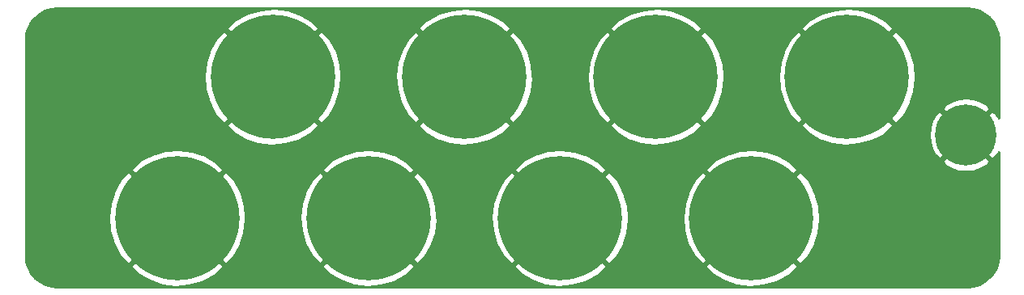
<source format=gbr>
G04 #@! TF.GenerationSoftware,KiCad,Pcbnew,(5.1.5-0)*
G04 #@! TF.CreationDate,2021-01-21T22:08:09-07:00*
G04 #@! TF.ProjectId,front_panel,66726f6e-745f-4706-916e-656c2e6b6963,rev?*
G04 #@! TF.SameCoordinates,Original*
G04 #@! TF.FileFunction,Copper,L2,Bot*
G04 #@! TF.FilePolarity,Positive*
%FSLAX46Y46*%
G04 Gerber Fmt 4.6, Leading zero omitted, Abs format (unit mm)*
G04 Created by KiCad (PCBNEW (5.1.5-0)) date 2021-01-21 22:08:09*
%MOMM*%
%LPD*%
G04 APERTURE LIST*
%ADD10C,13.000000*%
%ADD11C,0.800000*%
%ADD12C,6.400000*%
%ADD13C,5.800000*%
%ADD14C,0.254000*%
G04 APERTURE END LIST*
D10*
X132565000Y-118715000D03*
X122565000Y-103915000D03*
X112565000Y-118715000D03*
X142565000Y-103915000D03*
X172565000Y-118715000D03*
X152565000Y-118715000D03*
X162565000Y-103915000D03*
X182565000Y-103915000D03*
D11*
X196697056Y-108302944D03*
X195000000Y-107600000D03*
X193302944Y-108302944D03*
X192600000Y-110000000D03*
X193302944Y-111697056D03*
X195000000Y-112400000D03*
X196697056Y-111697056D03*
X197400000Y-110000000D03*
D12*
X195000000Y-110000000D03*
D13*
X100000000Y-100000000D03*
X100000000Y-122630000D03*
X195130000Y-100000000D03*
X195130000Y-122630000D03*
D14*
G36*
X195765502Y-96790476D02*
G01*
X196376802Y-96975039D01*
X196940603Y-97274817D01*
X197435445Y-97678399D01*
X197842474Y-98170412D01*
X198146184Y-98732112D01*
X198335008Y-99342104D01*
X198405000Y-100008036D01*
X198405000Y-108235400D01*
X198217555Y-107879330D01*
X198190548Y-107838912D01*
X197700881Y-107478724D01*
X195179605Y-110000000D01*
X197700881Y-112521276D01*
X198190548Y-112161088D01*
X198405001Y-111765891D01*
X198405001Y-122597712D01*
X198339524Y-123265501D01*
X198154962Y-123876800D01*
X197855183Y-124440603D01*
X197451598Y-124935447D01*
X196959587Y-125342474D01*
X196397888Y-125646184D01*
X195787896Y-125835008D01*
X195121964Y-125905000D01*
X100032278Y-125905000D01*
X99364499Y-125839524D01*
X98753200Y-125654962D01*
X98189397Y-125355183D01*
X97694553Y-124951598D01*
X97287526Y-124459587D01*
X96983816Y-123897888D01*
X96941552Y-123761355D01*
X107698251Y-123761355D01*
X108454267Y-124589005D01*
X109679214Y-125278101D01*
X111015062Y-125714982D01*
X112410472Y-125882858D01*
X113811821Y-125775277D01*
X115165255Y-125396373D01*
X116418763Y-124760708D01*
X116675733Y-124589005D01*
X117431749Y-123761355D01*
X127698251Y-123761355D01*
X128454267Y-124589005D01*
X129679214Y-125278101D01*
X131015062Y-125714982D01*
X132410472Y-125882858D01*
X133811821Y-125775277D01*
X135165255Y-125396373D01*
X136418763Y-124760708D01*
X136675733Y-124589005D01*
X137431749Y-123761355D01*
X147698251Y-123761355D01*
X148454267Y-124589005D01*
X149679214Y-125278101D01*
X151015062Y-125714982D01*
X152410472Y-125882858D01*
X153811821Y-125775277D01*
X155165255Y-125396373D01*
X156418763Y-124760708D01*
X156675733Y-124589005D01*
X157431749Y-123761355D01*
X167698251Y-123761355D01*
X168454267Y-124589005D01*
X169679214Y-125278101D01*
X171015062Y-125714982D01*
X172410472Y-125882858D01*
X173811821Y-125775277D01*
X175165255Y-125396373D01*
X176418763Y-124760708D01*
X176675733Y-124589005D01*
X177431749Y-123761355D01*
X172565000Y-118894605D01*
X167698251Y-123761355D01*
X157431749Y-123761355D01*
X152565000Y-118894605D01*
X147698251Y-123761355D01*
X137431749Y-123761355D01*
X132565000Y-118894605D01*
X127698251Y-123761355D01*
X117431749Y-123761355D01*
X112565000Y-118894605D01*
X107698251Y-123761355D01*
X96941552Y-123761355D01*
X96794992Y-123287896D01*
X96725000Y-122621964D01*
X96725000Y-118560472D01*
X105397142Y-118560472D01*
X105504723Y-119961821D01*
X105883627Y-121315255D01*
X106519292Y-122568763D01*
X106690995Y-122825733D01*
X107518645Y-123581749D01*
X112385395Y-118715000D01*
X112744605Y-118715000D01*
X117611355Y-123581749D01*
X118439005Y-122825733D01*
X119128101Y-121600786D01*
X119564982Y-120264938D01*
X119732858Y-118869528D01*
X119709132Y-118560472D01*
X125397142Y-118560472D01*
X125504723Y-119961821D01*
X125883627Y-121315255D01*
X126519292Y-122568763D01*
X126690995Y-122825733D01*
X127518645Y-123581749D01*
X132385395Y-118715000D01*
X132744605Y-118715000D01*
X137611355Y-123581749D01*
X138439005Y-122825733D01*
X139128101Y-121600786D01*
X139564982Y-120264938D01*
X139732858Y-118869528D01*
X139709132Y-118560472D01*
X145397142Y-118560472D01*
X145504723Y-119961821D01*
X145883627Y-121315255D01*
X146519292Y-122568763D01*
X146690995Y-122825733D01*
X147518645Y-123581749D01*
X152385395Y-118715000D01*
X152744605Y-118715000D01*
X157611355Y-123581749D01*
X158439005Y-122825733D01*
X159128101Y-121600786D01*
X159564982Y-120264938D01*
X159732858Y-118869528D01*
X159709132Y-118560472D01*
X165397142Y-118560472D01*
X165504723Y-119961821D01*
X165883627Y-121315255D01*
X166519292Y-122568763D01*
X166690995Y-122825733D01*
X167518645Y-123581749D01*
X172385395Y-118715000D01*
X172744605Y-118715000D01*
X177611355Y-123581749D01*
X178439005Y-122825733D01*
X179128101Y-121600786D01*
X179564982Y-120264938D01*
X179732858Y-118869528D01*
X179625277Y-117468179D01*
X179246373Y-116114745D01*
X178610708Y-114861237D01*
X178439005Y-114604267D01*
X177611355Y-113848251D01*
X172744605Y-118715000D01*
X172385395Y-118715000D01*
X167518645Y-113848251D01*
X166690995Y-114604267D01*
X166001899Y-115829214D01*
X165565018Y-117165062D01*
X165397142Y-118560472D01*
X159709132Y-118560472D01*
X159625277Y-117468179D01*
X159246373Y-116114745D01*
X158610708Y-114861237D01*
X158439005Y-114604267D01*
X157611355Y-113848251D01*
X152744605Y-118715000D01*
X152385395Y-118715000D01*
X147518645Y-113848251D01*
X146690995Y-114604267D01*
X146001899Y-115829214D01*
X145565018Y-117165062D01*
X145397142Y-118560472D01*
X139709132Y-118560472D01*
X139625277Y-117468179D01*
X139246373Y-116114745D01*
X138610708Y-114861237D01*
X138439005Y-114604267D01*
X137611355Y-113848251D01*
X132744605Y-118715000D01*
X132385395Y-118715000D01*
X127518645Y-113848251D01*
X126690995Y-114604267D01*
X126001899Y-115829214D01*
X125565018Y-117165062D01*
X125397142Y-118560472D01*
X119709132Y-118560472D01*
X119625277Y-117468179D01*
X119246373Y-116114745D01*
X118610708Y-114861237D01*
X118439005Y-114604267D01*
X117611355Y-113848251D01*
X112744605Y-118715000D01*
X112385395Y-118715000D01*
X107518645Y-113848251D01*
X106690995Y-114604267D01*
X106001899Y-115829214D01*
X105565018Y-117165062D01*
X105397142Y-118560472D01*
X96725000Y-118560472D01*
X96725000Y-113668645D01*
X107698251Y-113668645D01*
X112565000Y-118535395D01*
X117431749Y-113668645D01*
X127698251Y-113668645D01*
X132565000Y-118535395D01*
X137431749Y-113668645D01*
X147698251Y-113668645D01*
X152565000Y-118535395D01*
X157431749Y-113668645D01*
X167698251Y-113668645D01*
X172565000Y-118535395D01*
X177431749Y-113668645D01*
X176675733Y-112840995D01*
X176426665Y-112700881D01*
X192478724Y-112700881D01*
X192838912Y-113190548D01*
X193502882Y-113550849D01*
X194224385Y-113774694D01*
X194975695Y-113853480D01*
X195727938Y-113784178D01*
X196452208Y-113569452D01*
X197120670Y-113217555D01*
X197161088Y-113190548D01*
X197521276Y-112700881D01*
X195000000Y-110179605D01*
X192478724Y-112700881D01*
X176426665Y-112700881D01*
X175450786Y-112151899D01*
X174114938Y-111715018D01*
X172719528Y-111547142D01*
X171318179Y-111654723D01*
X169964745Y-112033627D01*
X168711237Y-112669292D01*
X168454267Y-112840995D01*
X167698251Y-113668645D01*
X157431749Y-113668645D01*
X156675733Y-112840995D01*
X155450786Y-112151899D01*
X154114938Y-111715018D01*
X152719528Y-111547142D01*
X151318179Y-111654723D01*
X149964745Y-112033627D01*
X148711237Y-112669292D01*
X148454267Y-112840995D01*
X147698251Y-113668645D01*
X137431749Y-113668645D01*
X136675733Y-112840995D01*
X135450786Y-112151899D01*
X134114938Y-111715018D01*
X132719528Y-111547142D01*
X131318179Y-111654723D01*
X129964745Y-112033627D01*
X128711237Y-112669292D01*
X128454267Y-112840995D01*
X127698251Y-113668645D01*
X117431749Y-113668645D01*
X116675733Y-112840995D01*
X115450786Y-112151899D01*
X114114938Y-111715018D01*
X112719528Y-111547142D01*
X111318179Y-111654723D01*
X109964745Y-112033627D01*
X108711237Y-112669292D01*
X108454267Y-112840995D01*
X107698251Y-113668645D01*
X96725000Y-113668645D01*
X96725000Y-108961355D01*
X117698251Y-108961355D01*
X118454267Y-109789005D01*
X119679214Y-110478101D01*
X121015062Y-110914982D01*
X122410472Y-111082858D01*
X123811821Y-110975277D01*
X125165255Y-110596373D01*
X126418763Y-109960708D01*
X126675733Y-109789005D01*
X127431749Y-108961355D01*
X137698251Y-108961355D01*
X138454267Y-109789005D01*
X139679214Y-110478101D01*
X141015062Y-110914982D01*
X142410472Y-111082858D01*
X143811821Y-110975277D01*
X145165255Y-110596373D01*
X146418763Y-109960708D01*
X146675733Y-109789005D01*
X147431749Y-108961355D01*
X157698251Y-108961355D01*
X158454267Y-109789005D01*
X159679214Y-110478101D01*
X161015062Y-110914982D01*
X162410472Y-111082858D01*
X163811821Y-110975277D01*
X165165255Y-110596373D01*
X166418763Y-109960708D01*
X166675733Y-109789005D01*
X167431749Y-108961355D01*
X177698251Y-108961355D01*
X178454267Y-109789005D01*
X179679214Y-110478101D01*
X181015062Y-110914982D01*
X182410472Y-111082858D01*
X183811821Y-110975277D01*
X185165255Y-110596373D01*
X186389209Y-109975695D01*
X191146520Y-109975695D01*
X191215822Y-110727938D01*
X191430548Y-111452208D01*
X191782445Y-112120670D01*
X191809452Y-112161088D01*
X192299119Y-112521276D01*
X194820395Y-110000000D01*
X192299119Y-107478724D01*
X191809452Y-107838912D01*
X191449151Y-108502882D01*
X191225306Y-109224385D01*
X191146520Y-109975695D01*
X186389209Y-109975695D01*
X186418763Y-109960708D01*
X186675733Y-109789005D01*
X187431749Y-108961355D01*
X182565000Y-104094605D01*
X177698251Y-108961355D01*
X167431749Y-108961355D01*
X162565000Y-104094605D01*
X157698251Y-108961355D01*
X147431749Y-108961355D01*
X142565000Y-104094605D01*
X137698251Y-108961355D01*
X127431749Y-108961355D01*
X122565000Y-104094605D01*
X117698251Y-108961355D01*
X96725000Y-108961355D01*
X96725000Y-103760472D01*
X115397142Y-103760472D01*
X115504723Y-105161821D01*
X115883627Y-106515255D01*
X116519292Y-107768763D01*
X116690995Y-108025733D01*
X117518645Y-108781749D01*
X122385395Y-103915000D01*
X122744605Y-103915000D01*
X127611355Y-108781749D01*
X128439005Y-108025733D01*
X129128101Y-106800786D01*
X129564982Y-105464938D01*
X129732858Y-104069528D01*
X129709132Y-103760472D01*
X135397142Y-103760472D01*
X135504723Y-105161821D01*
X135883627Y-106515255D01*
X136519292Y-107768763D01*
X136690995Y-108025733D01*
X137518645Y-108781749D01*
X142385395Y-103915000D01*
X142744605Y-103915000D01*
X147611355Y-108781749D01*
X148439005Y-108025733D01*
X149128101Y-106800786D01*
X149564982Y-105464938D01*
X149732858Y-104069528D01*
X149709132Y-103760472D01*
X155397142Y-103760472D01*
X155504723Y-105161821D01*
X155883627Y-106515255D01*
X156519292Y-107768763D01*
X156690995Y-108025733D01*
X157518645Y-108781749D01*
X162385395Y-103915000D01*
X162744605Y-103915000D01*
X167611355Y-108781749D01*
X168439005Y-108025733D01*
X169128101Y-106800786D01*
X169564982Y-105464938D01*
X169732858Y-104069528D01*
X169709132Y-103760472D01*
X175397142Y-103760472D01*
X175504723Y-105161821D01*
X175883627Y-106515255D01*
X176519292Y-107768763D01*
X176690995Y-108025733D01*
X177518645Y-108781749D01*
X182385395Y-103915000D01*
X182744605Y-103915000D01*
X187611355Y-108781749D01*
X188439005Y-108025733D01*
X188847762Y-107299119D01*
X192478724Y-107299119D01*
X195000000Y-109820395D01*
X197521276Y-107299119D01*
X197161088Y-106809452D01*
X196497118Y-106449151D01*
X195775615Y-106225306D01*
X195024305Y-106146520D01*
X194272062Y-106215822D01*
X193547792Y-106430548D01*
X192879330Y-106782445D01*
X192838912Y-106809452D01*
X192478724Y-107299119D01*
X188847762Y-107299119D01*
X189128101Y-106800786D01*
X189564982Y-105464938D01*
X189732858Y-104069528D01*
X189625277Y-102668179D01*
X189246373Y-101314745D01*
X188610708Y-100061237D01*
X188439005Y-99804267D01*
X187611355Y-99048251D01*
X182744605Y-103915000D01*
X182385395Y-103915000D01*
X177518645Y-99048251D01*
X176690995Y-99804267D01*
X176001899Y-101029214D01*
X175565018Y-102365062D01*
X175397142Y-103760472D01*
X169709132Y-103760472D01*
X169625277Y-102668179D01*
X169246373Y-101314745D01*
X168610708Y-100061237D01*
X168439005Y-99804267D01*
X167611355Y-99048251D01*
X162744605Y-103915000D01*
X162385395Y-103915000D01*
X157518645Y-99048251D01*
X156690995Y-99804267D01*
X156001899Y-101029214D01*
X155565018Y-102365062D01*
X155397142Y-103760472D01*
X149709132Y-103760472D01*
X149625277Y-102668179D01*
X149246373Y-101314745D01*
X148610708Y-100061237D01*
X148439005Y-99804267D01*
X147611355Y-99048251D01*
X142744605Y-103915000D01*
X142385395Y-103915000D01*
X137518645Y-99048251D01*
X136690995Y-99804267D01*
X136001899Y-101029214D01*
X135565018Y-102365062D01*
X135397142Y-103760472D01*
X129709132Y-103760472D01*
X129625277Y-102668179D01*
X129246373Y-101314745D01*
X128610708Y-100061237D01*
X128439005Y-99804267D01*
X127611355Y-99048251D01*
X122744605Y-103915000D01*
X122385395Y-103915000D01*
X117518645Y-99048251D01*
X116690995Y-99804267D01*
X116001899Y-101029214D01*
X115565018Y-102365062D01*
X115397142Y-103760472D01*
X96725000Y-103760472D01*
X96725000Y-100032278D01*
X96790476Y-99364498D01*
X96940183Y-98868645D01*
X117698251Y-98868645D01*
X122565000Y-103735395D01*
X127431749Y-98868645D01*
X137698251Y-98868645D01*
X142565000Y-103735395D01*
X147431749Y-98868645D01*
X157698251Y-98868645D01*
X162565000Y-103735395D01*
X167431749Y-98868645D01*
X177698251Y-98868645D01*
X182565000Y-103735395D01*
X187431749Y-98868645D01*
X186675733Y-98040995D01*
X185450786Y-97351899D01*
X184114938Y-96915018D01*
X182719528Y-96747142D01*
X181318179Y-96854723D01*
X179964745Y-97233627D01*
X178711237Y-97869292D01*
X178454267Y-98040995D01*
X177698251Y-98868645D01*
X167431749Y-98868645D01*
X166675733Y-98040995D01*
X165450786Y-97351899D01*
X164114938Y-96915018D01*
X162719528Y-96747142D01*
X161318179Y-96854723D01*
X159964745Y-97233627D01*
X158711237Y-97869292D01*
X158454267Y-98040995D01*
X157698251Y-98868645D01*
X147431749Y-98868645D01*
X146675733Y-98040995D01*
X145450786Y-97351899D01*
X144114938Y-96915018D01*
X142719528Y-96747142D01*
X141318179Y-96854723D01*
X139964745Y-97233627D01*
X138711237Y-97869292D01*
X138454267Y-98040995D01*
X137698251Y-98868645D01*
X127431749Y-98868645D01*
X126675733Y-98040995D01*
X125450786Y-97351899D01*
X124114938Y-96915018D01*
X122719528Y-96747142D01*
X121318179Y-96854723D01*
X119964745Y-97233627D01*
X118711237Y-97869292D01*
X118454267Y-98040995D01*
X117698251Y-98868645D01*
X96940183Y-98868645D01*
X96975039Y-98753198D01*
X97274817Y-98189397D01*
X97678399Y-97694555D01*
X98170412Y-97287526D01*
X98732112Y-96983816D01*
X99342104Y-96794992D01*
X100008036Y-96725000D01*
X195097722Y-96725000D01*
X195765502Y-96790476D01*
G37*
X195765502Y-96790476D02*
X196376802Y-96975039D01*
X196940603Y-97274817D01*
X197435445Y-97678399D01*
X197842474Y-98170412D01*
X198146184Y-98732112D01*
X198335008Y-99342104D01*
X198405000Y-100008036D01*
X198405000Y-108235400D01*
X198217555Y-107879330D01*
X198190548Y-107838912D01*
X197700881Y-107478724D01*
X195179605Y-110000000D01*
X197700881Y-112521276D01*
X198190548Y-112161088D01*
X198405001Y-111765891D01*
X198405001Y-122597712D01*
X198339524Y-123265501D01*
X198154962Y-123876800D01*
X197855183Y-124440603D01*
X197451598Y-124935447D01*
X196959587Y-125342474D01*
X196397888Y-125646184D01*
X195787896Y-125835008D01*
X195121964Y-125905000D01*
X100032278Y-125905000D01*
X99364499Y-125839524D01*
X98753200Y-125654962D01*
X98189397Y-125355183D01*
X97694553Y-124951598D01*
X97287526Y-124459587D01*
X96983816Y-123897888D01*
X96941552Y-123761355D01*
X107698251Y-123761355D01*
X108454267Y-124589005D01*
X109679214Y-125278101D01*
X111015062Y-125714982D01*
X112410472Y-125882858D01*
X113811821Y-125775277D01*
X115165255Y-125396373D01*
X116418763Y-124760708D01*
X116675733Y-124589005D01*
X117431749Y-123761355D01*
X127698251Y-123761355D01*
X128454267Y-124589005D01*
X129679214Y-125278101D01*
X131015062Y-125714982D01*
X132410472Y-125882858D01*
X133811821Y-125775277D01*
X135165255Y-125396373D01*
X136418763Y-124760708D01*
X136675733Y-124589005D01*
X137431749Y-123761355D01*
X147698251Y-123761355D01*
X148454267Y-124589005D01*
X149679214Y-125278101D01*
X151015062Y-125714982D01*
X152410472Y-125882858D01*
X153811821Y-125775277D01*
X155165255Y-125396373D01*
X156418763Y-124760708D01*
X156675733Y-124589005D01*
X157431749Y-123761355D01*
X167698251Y-123761355D01*
X168454267Y-124589005D01*
X169679214Y-125278101D01*
X171015062Y-125714982D01*
X172410472Y-125882858D01*
X173811821Y-125775277D01*
X175165255Y-125396373D01*
X176418763Y-124760708D01*
X176675733Y-124589005D01*
X177431749Y-123761355D01*
X172565000Y-118894605D01*
X167698251Y-123761355D01*
X157431749Y-123761355D01*
X152565000Y-118894605D01*
X147698251Y-123761355D01*
X137431749Y-123761355D01*
X132565000Y-118894605D01*
X127698251Y-123761355D01*
X117431749Y-123761355D01*
X112565000Y-118894605D01*
X107698251Y-123761355D01*
X96941552Y-123761355D01*
X96794992Y-123287896D01*
X96725000Y-122621964D01*
X96725000Y-118560472D01*
X105397142Y-118560472D01*
X105504723Y-119961821D01*
X105883627Y-121315255D01*
X106519292Y-122568763D01*
X106690995Y-122825733D01*
X107518645Y-123581749D01*
X112385395Y-118715000D01*
X112744605Y-118715000D01*
X117611355Y-123581749D01*
X118439005Y-122825733D01*
X119128101Y-121600786D01*
X119564982Y-120264938D01*
X119732858Y-118869528D01*
X119709132Y-118560472D01*
X125397142Y-118560472D01*
X125504723Y-119961821D01*
X125883627Y-121315255D01*
X126519292Y-122568763D01*
X126690995Y-122825733D01*
X127518645Y-123581749D01*
X132385395Y-118715000D01*
X132744605Y-118715000D01*
X137611355Y-123581749D01*
X138439005Y-122825733D01*
X139128101Y-121600786D01*
X139564982Y-120264938D01*
X139732858Y-118869528D01*
X139709132Y-118560472D01*
X145397142Y-118560472D01*
X145504723Y-119961821D01*
X145883627Y-121315255D01*
X146519292Y-122568763D01*
X146690995Y-122825733D01*
X147518645Y-123581749D01*
X152385395Y-118715000D01*
X152744605Y-118715000D01*
X157611355Y-123581749D01*
X158439005Y-122825733D01*
X159128101Y-121600786D01*
X159564982Y-120264938D01*
X159732858Y-118869528D01*
X159709132Y-118560472D01*
X165397142Y-118560472D01*
X165504723Y-119961821D01*
X165883627Y-121315255D01*
X166519292Y-122568763D01*
X166690995Y-122825733D01*
X167518645Y-123581749D01*
X172385395Y-118715000D01*
X172744605Y-118715000D01*
X177611355Y-123581749D01*
X178439005Y-122825733D01*
X179128101Y-121600786D01*
X179564982Y-120264938D01*
X179732858Y-118869528D01*
X179625277Y-117468179D01*
X179246373Y-116114745D01*
X178610708Y-114861237D01*
X178439005Y-114604267D01*
X177611355Y-113848251D01*
X172744605Y-118715000D01*
X172385395Y-118715000D01*
X167518645Y-113848251D01*
X166690995Y-114604267D01*
X166001899Y-115829214D01*
X165565018Y-117165062D01*
X165397142Y-118560472D01*
X159709132Y-118560472D01*
X159625277Y-117468179D01*
X159246373Y-116114745D01*
X158610708Y-114861237D01*
X158439005Y-114604267D01*
X157611355Y-113848251D01*
X152744605Y-118715000D01*
X152385395Y-118715000D01*
X147518645Y-113848251D01*
X146690995Y-114604267D01*
X146001899Y-115829214D01*
X145565018Y-117165062D01*
X145397142Y-118560472D01*
X139709132Y-118560472D01*
X139625277Y-117468179D01*
X139246373Y-116114745D01*
X138610708Y-114861237D01*
X138439005Y-114604267D01*
X137611355Y-113848251D01*
X132744605Y-118715000D01*
X132385395Y-118715000D01*
X127518645Y-113848251D01*
X126690995Y-114604267D01*
X126001899Y-115829214D01*
X125565018Y-117165062D01*
X125397142Y-118560472D01*
X119709132Y-118560472D01*
X119625277Y-117468179D01*
X119246373Y-116114745D01*
X118610708Y-114861237D01*
X118439005Y-114604267D01*
X117611355Y-113848251D01*
X112744605Y-118715000D01*
X112385395Y-118715000D01*
X107518645Y-113848251D01*
X106690995Y-114604267D01*
X106001899Y-115829214D01*
X105565018Y-117165062D01*
X105397142Y-118560472D01*
X96725000Y-118560472D01*
X96725000Y-113668645D01*
X107698251Y-113668645D01*
X112565000Y-118535395D01*
X117431749Y-113668645D01*
X127698251Y-113668645D01*
X132565000Y-118535395D01*
X137431749Y-113668645D01*
X147698251Y-113668645D01*
X152565000Y-118535395D01*
X157431749Y-113668645D01*
X167698251Y-113668645D01*
X172565000Y-118535395D01*
X177431749Y-113668645D01*
X176675733Y-112840995D01*
X176426665Y-112700881D01*
X192478724Y-112700881D01*
X192838912Y-113190548D01*
X193502882Y-113550849D01*
X194224385Y-113774694D01*
X194975695Y-113853480D01*
X195727938Y-113784178D01*
X196452208Y-113569452D01*
X197120670Y-113217555D01*
X197161088Y-113190548D01*
X197521276Y-112700881D01*
X195000000Y-110179605D01*
X192478724Y-112700881D01*
X176426665Y-112700881D01*
X175450786Y-112151899D01*
X174114938Y-111715018D01*
X172719528Y-111547142D01*
X171318179Y-111654723D01*
X169964745Y-112033627D01*
X168711237Y-112669292D01*
X168454267Y-112840995D01*
X167698251Y-113668645D01*
X157431749Y-113668645D01*
X156675733Y-112840995D01*
X155450786Y-112151899D01*
X154114938Y-111715018D01*
X152719528Y-111547142D01*
X151318179Y-111654723D01*
X149964745Y-112033627D01*
X148711237Y-112669292D01*
X148454267Y-112840995D01*
X147698251Y-113668645D01*
X137431749Y-113668645D01*
X136675733Y-112840995D01*
X135450786Y-112151899D01*
X134114938Y-111715018D01*
X132719528Y-111547142D01*
X131318179Y-111654723D01*
X129964745Y-112033627D01*
X128711237Y-112669292D01*
X128454267Y-112840995D01*
X127698251Y-113668645D01*
X117431749Y-113668645D01*
X116675733Y-112840995D01*
X115450786Y-112151899D01*
X114114938Y-111715018D01*
X112719528Y-111547142D01*
X111318179Y-111654723D01*
X109964745Y-112033627D01*
X108711237Y-112669292D01*
X108454267Y-112840995D01*
X107698251Y-113668645D01*
X96725000Y-113668645D01*
X96725000Y-108961355D01*
X117698251Y-108961355D01*
X118454267Y-109789005D01*
X119679214Y-110478101D01*
X121015062Y-110914982D01*
X122410472Y-111082858D01*
X123811821Y-110975277D01*
X125165255Y-110596373D01*
X126418763Y-109960708D01*
X126675733Y-109789005D01*
X127431749Y-108961355D01*
X137698251Y-108961355D01*
X138454267Y-109789005D01*
X139679214Y-110478101D01*
X141015062Y-110914982D01*
X142410472Y-111082858D01*
X143811821Y-110975277D01*
X145165255Y-110596373D01*
X146418763Y-109960708D01*
X146675733Y-109789005D01*
X147431749Y-108961355D01*
X157698251Y-108961355D01*
X158454267Y-109789005D01*
X159679214Y-110478101D01*
X161015062Y-110914982D01*
X162410472Y-111082858D01*
X163811821Y-110975277D01*
X165165255Y-110596373D01*
X166418763Y-109960708D01*
X166675733Y-109789005D01*
X167431749Y-108961355D01*
X177698251Y-108961355D01*
X178454267Y-109789005D01*
X179679214Y-110478101D01*
X181015062Y-110914982D01*
X182410472Y-111082858D01*
X183811821Y-110975277D01*
X185165255Y-110596373D01*
X186389209Y-109975695D01*
X191146520Y-109975695D01*
X191215822Y-110727938D01*
X191430548Y-111452208D01*
X191782445Y-112120670D01*
X191809452Y-112161088D01*
X192299119Y-112521276D01*
X194820395Y-110000000D01*
X192299119Y-107478724D01*
X191809452Y-107838912D01*
X191449151Y-108502882D01*
X191225306Y-109224385D01*
X191146520Y-109975695D01*
X186389209Y-109975695D01*
X186418763Y-109960708D01*
X186675733Y-109789005D01*
X187431749Y-108961355D01*
X182565000Y-104094605D01*
X177698251Y-108961355D01*
X167431749Y-108961355D01*
X162565000Y-104094605D01*
X157698251Y-108961355D01*
X147431749Y-108961355D01*
X142565000Y-104094605D01*
X137698251Y-108961355D01*
X127431749Y-108961355D01*
X122565000Y-104094605D01*
X117698251Y-108961355D01*
X96725000Y-108961355D01*
X96725000Y-103760472D01*
X115397142Y-103760472D01*
X115504723Y-105161821D01*
X115883627Y-106515255D01*
X116519292Y-107768763D01*
X116690995Y-108025733D01*
X117518645Y-108781749D01*
X122385395Y-103915000D01*
X122744605Y-103915000D01*
X127611355Y-108781749D01*
X128439005Y-108025733D01*
X129128101Y-106800786D01*
X129564982Y-105464938D01*
X129732858Y-104069528D01*
X129709132Y-103760472D01*
X135397142Y-103760472D01*
X135504723Y-105161821D01*
X135883627Y-106515255D01*
X136519292Y-107768763D01*
X136690995Y-108025733D01*
X137518645Y-108781749D01*
X142385395Y-103915000D01*
X142744605Y-103915000D01*
X147611355Y-108781749D01*
X148439005Y-108025733D01*
X149128101Y-106800786D01*
X149564982Y-105464938D01*
X149732858Y-104069528D01*
X149709132Y-103760472D01*
X155397142Y-103760472D01*
X155504723Y-105161821D01*
X155883627Y-106515255D01*
X156519292Y-107768763D01*
X156690995Y-108025733D01*
X157518645Y-108781749D01*
X162385395Y-103915000D01*
X162744605Y-103915000D01*
X167611355Y-108781749D01*
X168439005Y-108025733D01*
X169128101Y-106800786D01*
X169564982Y-105464938D01*
X169732858Y-104069528D01*
X169709132Y-103760472D01*
X175397142Y-103760472D01*
X175504723Y-105161821D01*
X175883627Y-106515255D01*
X176519292Y-107768763D01*
X176690995Y-108025733D01*
X177518645Y-108781749D01*
X182385395Y-103915000D01*
X182744605Y-103915000D01*
X187611355Y-108781749D01*
X188439005Y-108025733D01*
X188847762Y-107299119D01*
X192478724Y-107299119D01*
X195000000Y-109820395D01*
X197521276Y-107299119D01*
X197161088Y-106809452D01*
X196497118Y-106449151D01*
X195775615Y-106225306D01*
X195024305Y-106146520D01*
X194272062Y-106215822D01*
X193547792Y-106430548D01*
X192879330Y-106782445D01*
X192838912Y-106809452D01*
X192478724Y-107299119D01*
X188847762Y-107299119D01*
X189128101Y-106800786D01*
X189564982Y-105464938D01*
X189732858Y-104069528D01*
X189625277Y-102668179D01*
X189246373Y-101314745D01*
X188610708Y-100061237D01*
X188439005Y-99804267D01*
X187611355Y-99048251D01*
X182744605Y-103915000D01*
X182385395Y-103915000D01*
X177518645Y-99048251D01*
X176690995Y-99804267D01*
X176001899Y-101029214D01*
X175565018Y-102365062D01*
X175397142Y-103760472D01*
X169709132Y-103760472D01*
X169625277Y-102668179D01*
X169246373Y-101314745D01*
X168610708Y-100061237D01*
X168439005Y-99804267D01*
X167611355Y-99048251D01*
X162744605Y-103915000D01*
X162385395Y-103915000D01*
X157518645Y-99048251D01*
X156690995Y-99804267D01*
X156001899Y-101029214D01*
X155565018Y-102365062D01*
X155397142Y-103760472D01*
X149709132Y-103760472D01*
X149625277Y-102668179D01*
X149246373Y-101314745D01*
X148610708Y-100061237D01*
X148439005Y-99804267D01*
X147611355Y-99048251D01*
X142744605Y-103915000D01*
X142385395Y-103915000D01*
X137518645Y-99048251D01*
X136690995Y-99804267D01*
X136001899Y-101029214D01*
X135565018Y-102365062D01*
X135397142Y-103760472D01*
X129709132Y-103760472D01*
X129625277Y-102668179D01*
X129246373Y-101314745D01*
X128610708Y-100061237D01*
X128439005Y-99804267D01*
X127611355Y-99048251D01*
X122744605Y-103915000D01*
X122385395Y-103915000D01*
X117518645Y-99048251D01*
X116690995Y-99804267D01*
X116001899Y-101029214D01*
X115565018Y-102365062D01*
X115397142Y-103760472D01*
X96725000Y-103760472D01*
X96725000Y-100032278D01*
X96790476Y-99364498D01*
X96940183Y-98868645D01*
X117698251Y-98868645D01*
X122565000Y-103735395D01*
X127431749Y-98868645D01*
X137698251Y-98868645D01*
X142565000Y-103735395D01*
X147431749Y-98868645D01*
X157698251Y-98868645D01*
X162565000Y-103735395D01*
X167431749Y-98868645D01*
X177698251Y-98868645D01*
X182565000Y-103735395D01*
X187431749Y-98868645D01*
X186675733Y-98040995D01*
X185450786Y-97351899D01*
X184114938Y-96915018D01*
X182719528Y-96747142D01*
X181318179Y-96854723D01*
X179964745Y-97233627D01*
X178711237Y-97869292D01*
X178454267Y-98040995D01*
X177698251Y-98868645D01*
X167431749Y-98868645D01*
X166675733Y-98040995D01*
X165450786Y-97351899D01*
X164114938Y-96915018D01*
X162719528Y-96747142D01*
X161318179Y-96854723D01*
X159964745Y-97233627D01*
X158711237Y-97869292D01*
X158454267Y-98040995D01*
X157698251Y-98868645D01*
X147431749Y-98868645D01*
X146675733Y-98040995D01*
X145450786Y-97351899D01*
X144114938Y-96915018D01*
X142719528Y-96747142D01*
X141318179Y-96854723D01*
X139964745Y-97233627D01*
X138711237Y-97869292D01*
X138454267Y-98040995D01*
X137698251Y-98868645D01*
X127431749Y-98868645D01*
X126675733Y-98040995D01*
X125450786Y-97351899D01*
X124114938Y-96915018D01*
X122719528Y-96747142D01*
X121318179Y-96854723D01*
X119964745Y-97233627D01*
X118711237Y-97869292D01*
X118454267Y-98040995D01*
X117698251Y-98868645D01*
X96940183Y-98868645D01*
X96975039Y-98753198D01*
X97274817Y-98189397D01*
X97678399Y-97694555D01*
X98170412Y-97287526D01*
X98732112Y-96983816D01*
X99342104Y-96794992D01*
X100008036Y-96725000D01*
X195097722Y-96725000D01*
X195765502Y-96790476D01*
M02*

</source>
